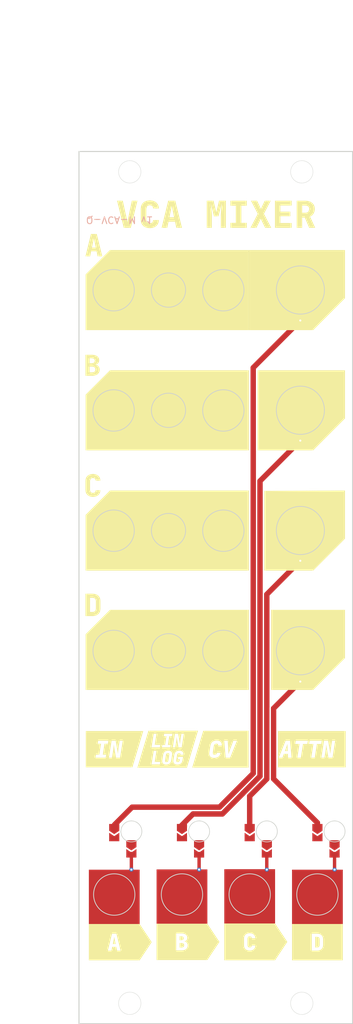
<source format=kicad_pcb>
(kicad_pcb (version 20241229) (generator "pcbnew") (generator_version "9.0")
  (layers (0 "F.Cu" signal) (2 "B.Cu" signal) (13 "F.Paste" user) (15 "B.Paste" user) (5 "F.SilkS" user "F.Silkscreen") (7 "B.SilkS" user "B.Silkscreen") (1 "F.Mask" user) (3 "B.Mask" user) (25 "Edge.Cuts" user))
  (net 0 "")
  (net 1 "/DUMMY_NET_A")
  (net 2 "/DUMMY_NET_B")
  (net 3 "Net-(JP1-B)")
  (net 4 "Net-(JP2-B)")
  (net 5 "unconnected-(JP3-B-Pad2)")
  (net 6 "unconnected-(JP4-B-Pad2)")
  (footprint "kibuzzard-690A2811" (layer "F.Cu") (at 27.621439 39.2)
    (property "Reference" "kibuzzard-690A2811" (hide yes))
    (property "Value" "G***" (hide yes))
    (fp_poly (pts (xy -1.243151 1.65) (xy -0.433973 -1.65) (xy 0.424932 -1.65) (xy 1.243151 1.65) (xy 0.551507 1.65) (xy 0.393288 0.90411) (xy -0.280274 0.90411) (xy -0.280274 0.361644) (xy 0.275753 0.361644) (xy 0.117534 -0.433973) (xy 0.051986 -0.775274) (xy 0 -1.039726) (xy -0.047466 -0.777534) (xy -0.113014 -0.438493) (xy -0.280274 0.361644) (xy -0.280274 0.90411) (xy -0.393288 0.90411) (xy -0.551507 1.65) (xy -1.243151 1.65)) (fill yes) (layer "F.SilkS"))
  )
  (footprint "Jumper:SolderJumper-2_P1.3mm_Open_TrianglePad1.0x1.5mm" (layer "F.Cu") (at 63.15663 128.1 -90)
    (property "Reference" "JP4" (hide yes))
    (property "Value" "Jumper_2_Small_Bridged" (hide yes))
    (pad "1" smd custom (at -0.725 0 270) (size 0.3 0.3) (layers "F.Cu" "F.Mask") (net 4 "Net-(JP2-B)") (options (clearance outline) (anchor rect)) (primitives (gr_poly (pts (xy 1 0) (xy 0.5 0.75) (xy -0.5 0.75) (xy -0.5 -0.75) (xy 0.5 -0.75)) (width 0) (fill yes))))
    (pad "2" smd custom (at 0.725 0 270) (size 0.3 0.3) (layers "F.Cu" "F.Mask") (net 6 "unconnected-(JP4-B-Pad2)") (options (clearance outline) (anchor rect)) (primitives (gr_poly (pts (xy 0.6 0.75) (xy -0.65 0.75) (xy -0.15 0) (xy -0.65 -0.75) (xy 0.6 -0.75)) (width 0) (fill yes))))
  )
  (footprint "Eurorack Common:Alpha Potentiometer_FP" (layer "F.Cu") (at 55.612503 88.849214)
    (property "Reference" "RV3" (hide yes))
    (property "Value" "A100K" (hide yes))
    (fp_circle (center 2.5 -7.61) (end 6.05 -7.61) (stroke (width 0.12)) (fill no) (layer "Edge.Cuts"))
  )
  (footprint "Eurorack Common:Sub-Miniature SPDT_FP" (layer "F.Cu") (at 38.639261 63.534307 90)
    (property "Reference" "SW2" (hide yes))
    (property "Value" "Subminiture SPDT" (hide yes))
    (fp_circle (center 0 0) (end 2.525 0) (stroke (width 0.12)) (fill no) (layer "Edge.Cuts"))
  )
  (footprint "kibuzzard-690A0582" (layer "F.Cu") (at 41.52 141.85)
    (property "Reference" "kibuzzard-690A0582" (hide yes))
    (property "Value" "G***" (hide yes))
    (fp_poly (pts (xy -1.243341 -0.243151) (xy -0.941971 -0.243151) (xy -0.70567 -0.32363) (xy -0.620053 -0.541096) (xy -0.70567 -0.758562) (xy -0.941971 -0.835616) (xy -1.243341 -0.835616) (xy -1.243341 -0.243151)) (fill yes) (layer "F.SilkS"))
    (fp_poly (pts (xy -1.243341 0.835616) (xy -0.921423 0.835616) (xy -0.771594 0.813356) (xy -0.657725 0.746575) (xy -0.585807 0.640411) (xy -0.561834 0.5) (xy -0.585807 0.359161) (xy -0.657725 0.251712) (xy -0.771594 0.183647) (xy -0.921423 0.160959) (xy -1.243341 0.160959) (xy -1.243341 0.835616)) (fill yes) (layer "F.SilkS"))
    (fp_poly (pts (xy -4.642028 -2.676941) (xy -4.642314 -2.676941) (xy -4.642314 2.676941) (xy -4.642028 2.676941) (xy -1.739916 2.676941) (xy -1.739916 1.25) (xy -1.739916 -1.25) (xy -0.935122 -1.25) (xy -0.700961 -1.22988) (xy -0.498478 -1.169521) (xy -0.332382 -1.073202) (xy -0.207382 -0.945205) (xy -0.129043 -0.788527) (xy -0.10293 -0.606164) (xy -0.13204 -0.411387) (xy -0.219368 -0.251712) (xy -0.35293 -0.138271) (xy -0.520738 -0.082192) (xy -0.520738 -0.075342) (xy -0.272451 0.02226) (xy -0.104642 0.236301) (xy -0.059694 0.374144) (xy -0.044711 0.527397) (xy -0.07168 0.72988) (xy -0.152588 0.905822) (xy -0.281868 1.050514) (xy -0.453957 1.159247) (xy -0.66329 1.227312) (xy -0.9043 1.25) (xy -1.739916 1.25) (xy -1.739916 2.676941) (xy 2.857401 2.676941) (xy 2.857686 2.676941) (xy 4.642314 0) (xy 2.857686 -2.676941) (xy 2.857401 -2.676941) (xy -4.642028 -2.676941)) (fill yes) (layer "F.SilkS"))
  )
  (footprint "kibuzzard-69095FA6" (layer "F.Cu") (at 30.670922 113.458966)
    (property "Reference" "kibuzzard-69095FA6" (hide yes))
    (property "Value" "G***" (hide yes))
    (fp_poly (pts (xy -2.816781 -2.676941) (xy -4.243721 -2.676941) (xy -4.243721 2.676941) (xy -2.816781 2.676941) (xy -2.816781 1.25) (xy -2.744863 0.804795) (xy -2.248288 0.804795) (xy -1.994863 -0.804795) (xy -2.491438 -0.804795) (xy -2.419521 -1.25) (xy -0.912671 -1.25) (xy -0.984589 -0.804795) (xy -1.481164 -0.804795) (xy -1.734589 0.804795) (xy -1.238014 0.804795) (xy -1.309932 1.25) (xy -2.816781 1.25) (xy -2.816781 2.676941) (xy -0.830479 2.676941) (xy -0.830479 1.25) (xy -0.433219 -1.25) (xy 0.159247 -1.25) (xy 0.505137 0.684932) (xy 0.516267 0.548373) (xy 0.52911 0.392123) (xy 0.543664 0.226027) (xy 0.559932 0.059932) (xy 0.594178 -0.222603) (xy 0.758562 -1.25) (xy 1.210616 -1.25) (xy 0.813356 1.25) (xy 0.22089 1.25) (xy -0.121575 -0.684932) (xy -0.140411 -0.424658) (xy -0.153253 -0.273116) (xy -0.167808 -0.119863) (xy -0.203767 0.15411) (xy -0.378425 1.25) (xy -0.830479 1.25) (xy -0.830479 2.676941) (xy 1.210616 2.676941) (xy 2.637557 2.676941) (xy 4.243721 -2.676941) (xy 2.637557 -2.676941) (xy 1.210616 -2.676941) (xy -2.816781 -2.676941)) (fill yes) (layer "F.SilkS"))
  )
  (footprint "kibuzzard-690A16BA" (layer "F.Cu") (at 46.3 113.458966)
    (property "Reference" "kibuzzard-690A16BA" (hide yes))
    (property "Value" "G***" (hide yes))
    (fp_poly (pts (xy -1.67637 -2.711187) (xy -2.532534 -2.711187) (xy -4.159247 2.711187) (xy -2.532534 2.711187) (xy -1.67637 2.711187) (xy -0.92637 2.711187) (xy -0.92637 1.284247) (xy -1.157534 1.260702) (xy -1.351027 1.190068) (xy -1.500856 1.077055) (xy -1.601027 0.92637) (xy -1.648973 0.742723) (xy -1.642123 0.530822) (xy -1.474315 -0.530822) (xy -1.414193 -0.752473) (xy -1.311454 -0.937976) (xy -1.166096 -1.087329) (xy -0.983067 -1.196728) (xy -0.767314 -1.262367) (xy -0.518836 -1.284247) (xy -0.291096 -1.260274) (xy -0.101027 -1.188356) (xy 0.047517 -1.074058) (xy 0.150685 -0.922945) (xy 0.202483 -0.740154) (xy 0.196918 -0.530822) (xy -0.316781 -0.530822) (xy -0.361301 -0.760274) (xy -0.587329 -0.839041) (xy -0.837329 -0.760274) (xy -0.960616 -0.530822) (xy -1.128425 0.530822) (xy -1.080479 0.758562) (xy -0.854452 0.839041) (xy -0.604452 0.758562) (xy -0.484589 0.530822) (xy 0.02911 0.530822) (xy -0.0293 0.752473) (xy -0.131469 0.937976) (xy -0.277397 1.087329) (xy -0.461377 1.196728) (xy -0.677702 1.262367) (xy -0.92637 1.284247) (xy -0.92637 2.711187) (xy 0.785959 2.711187) (xy 0.785959 1.25) (xy 0.563356 -1.25) (xy 1.083904 -1.25) (xy 1.179795 0.328767) (xy 1.190068 0.539384) (xy 1.196918 0.756849) (xy 1.263699 0.539384) (xy 1.333904 0.325342) (xy 1.919521 -1.25) (xy 2.446918 -1.25) (xy 1.436644 1.25) (xy 0.785959 1.25) (xy 0.785959 2.711187) (xy 2.446918 2.711187) (xy 4.159247 2.711187) (xy 4.159247 -2.711187) (xy 2.446918 -2.711187) (xy -1.67637 -2.711187)) (fill yes) (layer "F.SilkS"))
  )
  (footprint "kibuzzard-690A058A" (layer "F.Cu") (at 51.53 141.85)
    (property "Reference" "kibuzzard-690A058A" (hide yes))
    (property "Value" "G***" (hide yes))
    (fp_poly (pts (xy -4.653444 -2.711187) (xy -4.653729 -2.711187) (xy -4.653729 2.711187) (xy -4.653444 2.711187) (xy -0.903729 2.711187) (xy -0.903729 1.284247) (xy -1.138318 1.260702) (xy -1.342085 1.190068) (xy -1.509465 1.077055) (xy -1.634893 0.92637) (xy -1.713232 0.742723) (xy -1.739346 0.530822) (xy -1.739346 -0.530822) (xy -1.713232 -0.744863) (xy -1.634893 -0.928082) (xy -1.509465 -1.077483) (xy -1.342085 -1.190068) (xy -1.138318 -1.260702) (xy -0.903729 -1.284247) (xy -0.667 -1.260702) (xy -0.463661 -1.190068) (xy -0.297565 -1.077483) (xy -0.172565 -0.928082) (xy -0.094226 -0.744863) (xy -0.068113 -0.530822) (xy -0.581811 -0.530822) (xy -0.665715 -0.760274) (xy -0.903729 -0.839041) (xy -1.141743 -0.760274) (xy -1.225647 -0.530822) (xy -1.225647 0.530822) (xy -1.141743 0.758562) (xy -0.903729 0.839041) (xy -0.665715 0.758562) (xy -0.581811 0.530822) (xy -0.068113 0.530822) (xy -0.094226 0.742723) (xy -0.172565 0.92637) (xy -0.297565 1.077055) (xy -0.463661 1.190068) (xy -0.667 1.260702) (xy -0.903729 1.284247) (xy -0.903729 2.711187) (xy 2.845986 2.711187) (xy 2.846271 2.711187) (xy 4.653729 0) (xy 2.846271 -2.711187) (xy 2.845986 -2.711187) (xy -4.653444 -2.711187)) (fill yes) (layer "F.SilkS"))
  )
  (footprint "Eurorack Common:Thonkicon_FP" (layer "F.Cu") (at 46.735973 74.789479)
    (property "Reference" "J6" (hide yes))
    (property "Value" "Thonkicon" (hide yes))
    (fp_circle (center 0 6.48) (end 3.05 6.48) (stroke (width 0.12)) (fill no) (layer "Edge.Cuts"))
  )
  (footprint "Eurorack Common:Thonkicon_FP" (layer "F.Cu") (at 30.539261 39.359135)
    (property "Reference" "J1" (hide yes))
    (property "Value" "Thonkicon" (hide yes))
    (fp_circle (center 0 6.48) (end 3.05 6.48) (stroke (width 0.12)) (fill no) (layer "Edge.Cuts"))
  )
  (footprint "Eurorack Common:Thonkicon_FP" (layer "F.Cu") (at 46.735973 92.504651)
    (property "Reference" "J8" (hide yes))
    (property "Value" "Thonkicon" (hide yes))
    (fp_circle (center 0 6.48) (end 3.05 6.48) (stroke (width 0.12)) (fill no) (layer "Edge.Cuts"))
  )
  (footprint "kibuzzard-690A27FD" (layer "F.Cu") (at 27.429315 56.9)
    (property "Reference" "kibuzzard-690A27FD" (hide yes))
    (property "Value" "G***" (hide yes))
    (fp_poly (pts (xy -1.051027 1.55) (xy -1.051027 -1.55) (xy -0.053082 -1.55) (xy 0.237277 -1.525051) (xy 0.488356 -1.450205) (xy 0.694315 -1.330771) (xy 0.849315 -1.172055) (xy 0.946455 -0.977774) (xy 0.978836 -0.751644) (xy 0.94274 -0.51012) (xy 0.834452 -0.312123) (xy 0.668836 -0.171455) (xy 0.460753 -0.101918) (xy 0.460753 -0.093425) (xy 0.76863 0.027603) (xy 0.976712 0.293014) (xy 1.032449 0.463938) (xy 1.051027 0.653973) (xy 1.017586 0.905051) (xy 0.91726 1.123219) (xy 0.756952 1.302637) (xy 0.543562 1.437466) (xy 0.28399 1.521866) (xy -0.014863 1.55) (xy -0.435274 1.55) (xy -0.435274 -0.301507) (xy -0.061575 -0.301507) (xy 0.231438 -0.401301) (xy 0.337603 -0.670959) (xy 0.231438 -0.940616) (xy -0.061575 -1.036164) (xy -0.435274 -1.036164) (xy -0.435274 -0.301507) (xy -0.435274 1.55) (xy -0.435274 1.036164) (xy -0.036096 1.036164) (xy 0.149692 1.008562) (xy 0.29089 0.925753) (xy 0.380068 0.79411) (xy 0.409795 0.62) (xy 0.380068 0.44536) (xy 0.29089 0.312123) (xy 0.149692 0.227723) (xy -0.036096 0.199589) (xy -0.435274 0.199589) (xy -0.435274 1.036164) (xy -0.435274 1.55) (xy -1.051027 1.55)) (fill yes) (layer "F.SilkS"))
  )
  (footprint "Jumper:SolderJumper-2_P1.3mm_Open_TrianglePad1.0x1.5mm" (layer "F.Cu") (at 43.15663 128.1 -90)
    (property "Reference" "JP4" (hide yes))
    (property "Value" "Jumper_2_Small_Bridged" (hide yes))
    (pad "1" smd custom (at -0.725 0 270) (size 0.3 0.3) (layers "F.Cu" "F.Mask") (net 4 "Net-(JP2-B)") (options (clearance outline) (anchor rect)) (primitives (gr_poly (pts (xy 1 0) (xy 0.5 0.75) (xy -0.5 0.75) (xy -0.5 -0.75) (xy 0.5 -0.75)) (width 0) (fill yes))))
    (pad "2" smd custom (at 0.725 0 270) (size 0.3 0.3) (layers "F.Cu" "F.Mask") (net 6 "unconnected-(JP4-B-Pad2)") (options (clearance outline) (anchor rect)) (primitives (gr_poly (pts (xy 0.6 0.75) (xy -0.65 0.75) (xy -0.15 0) (xy -0.65 -0.75) (xy 0.6 -0.75)) (width 0) (fill yes))))
  )
  (footprint "Jumper:SolderJumper-2_P1.3mm_Open_TrianglePad1.0x1.5mm" (layer "F.Cu") (at 40.625911 125.698826 -90)
    (property "Reference" "JP1" (hide yes))
    (property "Value" "Jumper_2_Small_Bridged" (hide yes))
    (pad "1" smd custom (at -0.725 0 270) (size 0.3 0.3) (layers "F.Cu" "F.Mask") (net 1 "/DUMMY_NET_A") (options (clearance outline) (anchor rect)) (primitives (gr_poly (pts (xy 1 0) (xy 0.5 0.75) (xy -0.5 0.75) (xy -0.5 -0.75) (xy 0.5 -0.75)) (width 0) (fill yes))))
    (pad "2" smd custom (at 0.725 0 270) (size 0.3 0.3) (layers "F.Cu" "F.Mask") (net 3 "Net-(JP1-B)") (options (clearance outline) (anchor rect)) (primitives (gr_poly (pts (xy 0.6 0.75) (xy -0.65 0.75) (xy -0.15 0) (xy -0.65 -0.75) (xy 0.6 -0.75)) (width 0) (fill yes))))
  )
  (footprint "kibuzzard-690A0571" (layer "F.Cu") (at 31.52 141.89)
    (property "Reference" "kibuzzard-690A0571" (hide yes))
    (property "Value" "G***" (hide yes))
    (fp_poly (pts (xy -1.104642 0.273973) (xy -0.683409 0.273973) (xy -0.803272 -0.328767) (xy -0.85293 -0.587329) (xy -0.892314 -0.787671) (xy -0.928272 -0.589041) (xy -0.97793 -0.332192) (xy -1.104642 0.273973)) (fill yes) (layer "F.SilkS"))
    (fp_poly (pts (xy -4.642028 -2.676941) (xy -4.642314 -2.676941) (xy -4.642314 2.676941) (xy -4.642028 2.676941) (xy -1.834094 2.676941) (xy -1.834094 1.25) (xy -1.221081 -1.25) (xy -0.570396 -1.25) (xy 0.049467 1.25) (xy -0.474505 1.25) (xy -0.594368 0.684932) (xy -1.190259 0.684932) (xy -1.310122 1.25) (xy -1.834094 1.25) (xy -1.834094 2.676941) (xy 2.857401 2.676941) (xy 2.857686 2.676941) (xy 4.642314 0) (xy 2.857686 -2.676941) (xy 2.857401 -2.676941) (xy -4.642028 -2.676941)) (fill yes) (layer "F.SilkS"))
  )
  (footprint "Jumper:SolderJumper-2_P1.3mm_Open_TrianglePad1.0x1.5mm" (layer "F.Cu") (at 33.15663 128.1 -90)
    (property "Reference" "JP3" (hide yes))
    (property "Value" "Jumper_2_Small_Bridged" (hide yes))
    (pad "1" smd custom (at -0.725 0 270) (size 0.3 0.3) (layers "F.Cu" "F.Mask") (net 3 "Net-(JP1-B)") (options (clearance outline) (anchor rect)) (primitives (gr_poly (pts (xy 1 0) (xy 0.5 0.75) (xy -0.5 0.75) (xy -0.5 -0.75) (xy 0.5 -0.75)) (width 0) (fill yes))))
    (pad "2" smd custom (at 0.725 0 270) (size 0.3 0.3) (layers "F.Cu" "F.Mask") (net 5 "unconnected-(JP3-B-Pad2)") (options (clearance outline) (anchor rect)) (primitives (gr_poly (pts (xy 0.6 0.75) (xy -0.65 0.75) (xy -0.15 0) (xy -0.65 -0.75) (xy 0.6 -0.75)) (width 0) (fill yes))))
  )
  (footprint "Eurorack Common:LED_D3.0mm_FP" (layer "F.Cu") (at 43.15663 124.303826 -90)
    (property "Reference" "D2" (hide yes))
    (property "Value" "Bipolar LED" (hide yes))
    (fp_circle (center 1.27 0) (end 2.82 0) (stroke (width 0.1)) (fill no) (layer "Edge.Cuts"))
  )
  (footprint "Eurorack Common:Alpha Potentiometer_FP" (layer "F.Cu") (at 55.612503 106.564685)
    (property "Reference" "RV4" (hide yes))
    (property "Value" "A100K" (hide yes))
    (fp_circle (center 2.5 -7.61) (end 6.05 -7.61) (stroke (width 0.12)) (fill no) (layer "Edge.Cuts"))
  )
  (footprint "Eurorack Common:Thonkicon_FP" (layer "F.Cu") (at 60.625911 128.391224)
    (property "Reference" "J16" (hide yes))
    (property "Value" "Thonkicon" (hide yes))
    (fp_circle (center 0 6.48) (end 3.05 6.48) (stroke (width 0.12)) (fill no) (layer "Edge.Cuts"))
  )
  (footprint "kibuzzard-690A0592" (layer "F.Cu") (at 60.625911 141.888649)
    (property "Reference" "kibuzzard-690A0592" (hide yes))
    (property "Value" "G***" (hide yes))
    (fp_poly (pts (xy -0.32363 0.787671) (xy -0.025685 0.787671) (xy 0.114298 0.763699) (xy 0.226027 0.691781) (xy 0.299229 0.582192) (xy 0.32363 0.445205) (xy 0.32363 -0.44863) (xy 0.299229 -0.585188) (xy 0.226027 -0.693493) (xy 0.114298 -0.764127) (xy -0.025685 -0.787671) (xy -0.32363 -0.787671) (xy -0.32363 0.787671)) (fill yes) (layer "F.SilkS"))
    (fp_poly (pts (xy -3.749715 -2.676941) (xy -3.75 -2.676941) (xy -3.75 2.676941) (xy -3.749715 2.676941) (xy -0.837329 2.676941) (xy -0.837329 1.25) (xy -0.837329 -1.25) (xy -0.025685 -1.25) (xy 0.217894 -1.225171) (xy 0.428082 -1.150685) (xy 0.600171 -1.03125) (xy 0.729452 -0.871575) (xy 0.81036 -0.675942) (xy 0.837329 -0.44863) (xy 0.837329 0.445205) (xy 0.81036 0.670377) (xy 0.729452 0.866438) (xy 0.600171 1.027825) (xy 0.428082 1.148973) (xy 0.217894 1.224743) (xy -0.025685 1.25) (xy -0.837329 1.25) (xy -0.837329 2.676941) (xy 3.749715 2.676941) (xy 3.75 2.676941) (xy 3.75 -2.676941) (xy 3.749715 -2.676941) (xy -3.749715 -2.676941)) (fill yes) (layer "F.SilkS"))
  )
  (footprint "Eurorack Common:Thonkicon_FP" (layer "F.Cu") (at 30.625911 128.391224)
    (property "Reference" "J13" (hide yes))
    (property "Value" "Thonkicon" (hide yes))
    (fp_circle (center 0 6.48) (end 3.05 6.48) (stroke (width 0.12)) (fill no) (layer "Edge.Cuts"))
  )
  (footprint "kibuzzard-690A1385" (layer "F.Cu") (at 59.8 113.458966)
    (property "Reference" "kibuzzard-690A1385" (hide yes))
    (property "Value" "G***" (hide yes))
    (fp_poly (pts (xy -3.978739 0.273973) (xy -3.557506 0.273973) (xy -3.581478 -0.328767) (xy -3.593465 -0.587329) (xy -3.605451 -0.787671) (xy -3.668807 -0.589041) (xy -3.756136 -0.332192) (xy -3.978739 0.273973)) (fill yes) (layer "F.SilkS"))
    (fp_poly (pts (xy -4.999715 -2.676941) (xy -5 -2.676941) (xy -5 2.676941) (xy -4.999715 2.676941) (xy -4.875999 2.676941) (xy -4.875999 1.25) (xy -3.865725 -1.25) (xy -3.21504 -1.25) (xy -2.992437 1.25) (xy -3.502711 1.25) (xy -3.533533 0.684932) (xy -4.129424 0.684932) (xy -4.338328 1.25) (xy -4.875999 1.25) (xy -4.875999 2.676941) (xy -2.136273 2.676941) (xy -2.136273 1.25) (xy -1.81778 -0.770548) (xy -2.451341 -0.770548) (xy -2.372574 -1.25) (xy -0.591752 -1.25) (xy -0.670519 -0.770548) (xy -1.304081 -0.770548) (xy -1.622574 1.25) (xy -2.136273 1.25) (xy -2.136273 2.676941) (xy -0.081478 2.676941) (xy -0.081478 1.25) (xy 0.237015 -0.770548) (xy -0.396547 -0.770548) (xy -0.31778 -1.25) (xy 1.463042 -1.25) (xy 1.384275 -0.770548) (xy 0.750713 -0.770548) (xy 0.43222 1.25) (xy -0.081478 1.25) (xy -0.081478 2.676941) (xy 1.408248 2.676941) (xy 1.408248 1.25) (xy 1.805508 -1.25) (xy 2.397974 -1.25) (xy 2.743864 0.684932) (xy 2.754994 0.548373) (xy 2.767837 0.392123) (xy 2.782392 0.226027) (xy 2.798659 0.059932) (xy 2.832905 -0.222603) (xy 2.997289 -1.25) (xy 3.449344 -1.25) (xy 3.052083 1.25) (xy 2.459618 1.25) (xy 2.117152 -0.684932) (xy 2.098316 -0.424658) (xy 2.085474 -0.273116) (xy 2.070919 -0.119863) (xy 2.03496 0.15411) (xy 1.860303 1.25) (xy 1.408248 1.25) (xy 1.408248 2.676941) (xy 3.573059 2.676941) (xy 5 2.676941) (xy 5 -2.676941) (xy 3.573059 -2.676941) (xy -4.999715 -2.676941)) (fill yes) (layer "F.SilkS"))
  )
  (footprint "kibuzzard-690A27F2" (layer "F.Cu") (at 27.481302 74.6)
    (property "Reference" "kibuzzard-690A27F2" (hide yes))
    (property "Value" "G***" (hide yes))
    (fp_poly (pts (xy 0 1.695205) (xy -0.309658 1.664127) (xy -0.57863 1.57089) (xy -0.799572 1.421712) (xy -0.965137 1.222808) (xy -1.068545 0.980394) (xy -1.103014 0.700685) (xy -1.103014 -0.700685) (xy -1.068545 -0.983219) (xy -0.965137 -1.225068) (xy -0.799572 -1.422277) (xy -0.57863 -1.57089) (xy -0.309658 -1.664127) (xy 0 -1.695205) (xy 0.312483 -1.664127) (xy 0.58089 -1.57089) (xy 0.800137 -1.422277) (xy 0.965137 -1.225068) (xy 1.068545 -0.983219) (xy 1.103014 -0.700685) (xy 0.424932 -0.700685) (xy 0.314178 -1.003562) (xy 0 -1.107534) (xy -0.314178 -1.003562) (xy -0.424932 -0.700685) (xy -0.424932 0.700685) (xy -0.314178 1.001301) (xy 0 1.107534) (xy 0.314178 1.001301) (xy 0.424932 0.700685) (xy 1.103014 0.700685) (xy 1.068545 0.980394) (xy 0.965137 1.222808) (xy 0.800137 1.421712) (xy 0.58089 1.57089) (xy 0.312483 1.664127) (xy 0 1.695205)) (fill yes) (layer "F.SilkS"))
  )
  (footprint "Jumper:SolderJumper-2_P1.3mm_Open_TrianglePad1.0x1.5mm" (layer "F.Cu") (at 30.625911 125.698826 -90)
    (property "Reference" "JP2" (hide yes))
    (property "Value" "Jumper_2_Small_Bridged" (hide yes))
    (pad "1" smd custom (at -0.725 0 270) (size 0.3 0.3) (layers "F.Cu" "F.Mask") (net 2 "/DUMMY_NET_B") (options (clearance outline) (anchor rect)) (primitives (gr_poly (pts (xy 1 0) (xy 0.5 0.75) (xy -0.5 0.75) (xy -0.5 -0.75) (xy 0.5 -0.75)) (width 0) (fill yes))))
    (pad "2" smd custom (at 0.725 0 270) (size 0.3 0.3) (layers "F.Cu" "F.Mask") (net 4 "Net-(JP2-B)") (options (clearance outline) (anchor rect)) (primitives (gr_poly (pts (xy 0.6 0.75) (xy -0.65 0.75) (xy -0.15 0) (xy -0.65 -0.75) (xy 0.6 -0.75)) (width 0) (fill yes))))
  )
  (footprint "Eurorack Common:Thonkicon_FP" (layer "F.Cu") (at 40.625911 128.391224)
    (property "Reference" "J14" (hide yes))
    (property "Value" "Thonkicon" (hide yes))
    (fp_circle (center 0 6.48) (end 3.05 6.48) (stroke (width 0.12)) (fill no) (layer "Edge.Cuts"))
  )
  (footprint "kibuzzard-690A2C8E" (layer "F.Cu") (at 45.67177 34.65)
    (property "Reference" "kibuzzard-690A2C8E" (hide yes))
    (property "Value" "G***" (hide yes))
    (fp_poly (pts (xy -13.638356 2) (xy -14.630137 -2) (xy -13.780822 -2) (xy -13.227397 0.526027) (xy -13.158904 0.860274) (xy -13.09589 1.205479) (xy -13.041096 0.860274) (xy -12.980822 0.520548) (xy -12.443836 -2) (xy -11.616438 -2) (xy -12.59726 2) (xy -13.638356 2)) (fill yes) (layer "F.SilkS"))
    (fp_poly (pts (xy 2.109589 2) (xy 2.109589 1.260274) (xy 2.90411 1.260274) (xy 2.90411 -1.260274) (xy 2.109589 -1.260274) (xy 2.109589 -2) (xy 4.520548 -2) (xy 4.520548 -1.260274) (xy 3.726027 -1.260274) (xy 3.726027 1.260274) (xy 4.520548 1.260274) (xy 4.520548 2) (xy 2.109589 2)) (fill yes) (layer "F.SilkS"))
    (fp_poly (pts (xy 8.684932 2) (xy 8.684932 -2) (xy 11.150685 -2) (xy 11.150685 -1.287671) (xy 9.490411 -1.287671) (xy 9.490411 -0.389041) (xy 10.958904 -0.389041) (xy 10.958904 0.290411) (xy 9.490411 0.290411) (xy 9.490411 1.287671) (xy 11.150685 1.287671) (xy 11.150685 2) (xy 8.684932 2)) (fill yes) (layer "F.SilkS"))
    (fp_poly (pts (xy -8.054795 2) (xy -7.073973 -2) (xy -6.032877 -2) (xy -5.041096 2) (xy -5.879452 2) (xy -6.071233 1.09589) (xy -6.887671 1.09589) (xy -6.887671 0.438356) (xy -6.213699 0.438356) (xy -6.405479 -0.526027) (xy -6.484932 -0.939726) (xy -6.547945 -1.260274) (xy -6.605479 -0.942466) (xy -6.684932 -0.531507) (xy -6.887671 0.438356) (xy -6.887671 1.09589) (xy -7.024658 1.09589) (xy -7.216438 2) (xy -8.054795 2)) (fill yes) (layer "F.SilkS"))
    (fp_poly (pts (xy 5.068493 2) (xy 6.142466 -0.065753) (xy 5.139726 -2) (xy 6.043836 -2) (xy 6.460274 -1.123288) (xy 6.561644 -0.90411) (xy 6.613699 -0.761644) (xy 6.663014 -0.90411) (xy 6.756164 -1.123288) (xy 7.183562 -2) (xy 8.065753 -2) (xy 7.063014 -0.065753) (xy 8.136986 2) (xy 7.232877 2) (xy 6.750685 1.013699) (xy 6.652055 0.789041) (xy 6.586301 0.630137) (xy 6.531507 0.789041) (xy 6.432877 1.013699) (xy 5.950685 2) (xy 5.068493 2)) (fill yes) (layer "F.SilkS"))
    (fp_poly (pts (xy -1.386301 2) (xy -1.386301 -2) (xy -0.383562 -2) (xy 0.021918 -0.290411) (xy 0.427397 -2) (xy 1.441096 -2) (xy 1.441096 2) (xy 0.690411 2) (xy 0.690411 0.465753) (xy 0.696195 0.069102) (xy 0.713546 -0.317199) (xy 0.742466 -0.693151) (xy 0.777473 -1.049011) (xy 0.81309 -1.375038) (xy 0.849315 -1.671233) (xy 0.345205 0.30137) (xy -0.312329 0.30137) (xy -0.805479 -1.621918) (xy -0.768645 -1.362861) (xy -0.731202 -1.060578) (xy -0.693151 -0.715068) (xy -0.661187 -0.339117) (xy -0.642009 0.05449) (xy -0.635616 0.465753) (xy -0.635616 2) (xy -1.386301 2)) (fill yes) (layer "F.SilkS"))
    (fp_poly (pts (xy 11.89589 2) (xy 11.89589 -2) (xy 13.178082 -2) (xy 13.576712 -1.963014) (xy 13.917808 -1.852055) (xy 14.195205 -1.672603) (xy 14.40274 -1.430137) (xy 14.532192 -1.131507) (xy 14.575342 -0.783562) (xy 14.528082 -0.415068) (xy 14.386301 -0.087671) (xy 14.163699 0.176712) (xy 13.873973 0.356164) (xy 14.630137 2) (xy 13.736986 2) (xy 13.090411 0.487671) (xy 12.706849 0.487671) (xy 12.706849 -0.224658) (xy 13.178082 -0.224658) (xy 13.421233 -0.258904) (xy 13.60274 -0.361644) (xy 13.753425 -0.745205) (xy 13.715753 -0.973973) (xy 13.60274 -1.145205) (xy 13.421233 -1.252055) (xy 13.178082 -1.287671) (xy 12.706849 -1.287671) (xy 12.706849 -0.224658) (xy 12.706849 0.487671) (xy 12.706849 2) (xy 11.89589 2)) (fill yes) (layer "F.SilkS"))
    (fp_poly (pts (xy -9.791781 2.054795) (xy -10.167123 2.017123) (xy -10.493151 1.90411) (xy -10.760959 1.723288) (xy -10.961644 1.482192) (xy -11.086986 1.188356) (xy -11.128767 0.849315) (xy -11.128767 -0.849315) (xy -11.086986 -1.191781) (xy -10.961644 -1.484932) (xy -10.760959 -1.723973) (xy -10.493151 -1.90411) (xy -10.167123 -2.017123) (xy -9.791781 -2.054795) (xy -9.413014 -2.017123) (xy -9.087671 -1.90411) (xy -8.821918 -1.723973) (xy -8.621918 -1.484932) (xy -8.496575 -1.191781) (xy -8.454795 -0.849315) (xy -9.276712 -0.849315) (xy -9.410959 -1.216438) (xy -9.791781 -1.342466) (xy -10.172603 -1.216438) (xy -10.306849 -0.849315) (xy -10.306849 0.849315) (xy -10.172603 1.213699) (xy -9.791781 1.342466) (xy -9.410959 1.213699) (xy -9.276712 0.849315) (xy -8.454795 0.849315) (xy -8.496575 1.188356) (xy -8.621918 1.482192) (xy -8.821918 1.723288) (xy -9.087671 1.90411) (xy -9.413014 2.017123) (xy -9.791781 2.054795)) (fill yes) (layer "F.SilkS"))
  )
  (footprint "kibuzzard-690A27E8" (layer "F.Cu") (at 27.483562 92.2)
    (property "Reference" "kibuzzard-690A27E8" (hide yes))
    (property "Value" "G***" (hide yes))
    (fp_poly (pts (xy -1.105274 1.65) (xy -1.105274 -1.65) (xy -0.033904 -1.65) (xy 0.28762 -1.617226) (xy 0.565068 -1.518904) (xy 0.792226 -1.36125) (xy 0.962877 -1.150479) (xy 1.069675 -0.892243) (xy 1.105274 -0.592192) (xy 1.105274 0.587671) (xy 1.069675 0.884897) (xy 0.962877 1.143699) (xy 0.792226 1.356729) (xy 0.565068 1.516644) (xy 0.28762 1.616661) (xy -0.033904 1.65) (xy -0.427192 1.65) (xy -0.427192 1.039726) (xy -0.033904 1.039726) (xy 0.150873 1.008082) (xy 0.298356 0.913151) (xy 0.394983 0.768493) (xy 0.427192 0.587671) (xy 0.427192 -0.592192) (xy 0.394983 -0.772449) (xy 0.298356 -0.915411) (xy 0.150873 -1.008647) (xy -0.033904 -1.039726) (xy -0.427192 -1.039726) (xy -0.427192 1.039726) (xy -0.427192 1.65) (xy -1.105274 1.65)) (fill yes) (layer "F.SilkS"))
  )
  (footprint "Eurorack Common:Thonkicon_FP" (layer "F.Cu") (at 50.625911 128.391224)
    (property "Reference" "J15" (hide yes))
    (property "Value" "Thonkicon" (hide yes))
    (fp_circle (center 0 6.48) (end 3.05 6.48) (stroke (width 0.12)) (fill no) (layer "Edge.Cuts"))
  )
  (footprint "Eurorack Common:LED_D3.0mm_FP" (layer "F.Cu") (at 53.15663 124.303826 -90)
    (property "Reference" "D3" (hide yes))
    (property "Value" "Bipolar LED" (hide yes))
    (fp_circle (center 1.27 0) (end 2.82 0) (stroke (width 0.1)) (fill no) (layer "Edge.Cuts"))
  )
  (footprint "Eurorack Common:LED_D3.0mm_FP" (layer "F.Cu") (at 63.15663 124.303826 -90)
    (property "Reference" "D4" (hide yes))
    (property "Value" "Bipolar LED" (hide yes))
    (fp_circle (center 1.27 0) (end 2.82 0) (stroke (width 0.1)) (fill no) (layer "Edge.Cuts"))
  )
  (footprint "Eurorack Common:Alpha Potentiometer_FP" (layer "F.Cu") (at 55.612503 71.133742)
    (property "Reference" "RV2" (hide yes))
    (property "Value" "A100K" (hide yes))
    (fp_circle (center 2.5 -7.61) (end 6.05 -7.61) (stroke (width 0.12)) (fill no) (layer "Edge.Cuts"))
  )
  (footprint "Eurorack Common:LED_D3.0mm_FP" (layer "F.Cu") (at 33.15663 124.303826 -90)
    (property "Reference" "D1" (hide yes))
    (property "Value" "Bipolar LED" (hide yes))
    (fp_circle (center 1.27 0) (end 2.82 0) (stroke (width 0.1)) (fill no) (layer "Edge.Cuts"))
  )
  (footprint "Eurorack Common:Thonkicon_FP" (layer "F.Cu") (at 30.539261 57.074307)
    (property "Reference" "J3" (hide yes))
    (property "Value" "Thonkicon" (hide yes))
    (fp_circle (center 0 6.48) (end 3.05 6.48) (stroke (width 0.12)) (fill no) (layer "Edge.Cuts"))
  )
  (footprint "Eurorack Common:Sub-Miniature SPDT_FP" (layer "F.Cu") (at 38.639261 81.249479 90)
    (property "Reference" "SW3" (hide yes))
    (property "Value" "Subminiture SPDT" (hide yes))
    (fp_circle (center 0 0) (end 2.525 0) (stroke (width 0.12)) (fill no) (layer "Edge.Cuts"))
  )
  (footprint "kibuzzard-690A26A7" (layer "F.Cu") (at 38.520101 113.458966)
    (property "Reference" "kibuzzard-690A26A7" (hide yes))
    (property "Value" "G***" (hide yes))
    (fp_poly (pts (xy -0.182192 1.913242) (xy -0.040944 1.885845) (xy 0.054033 1.803653) (xy 0.10274 1.666667) (xy 0.236986 0.817352) (xy 0.231202 0.680365) (xy 0.162709 0.598174) (xy 0.031507 0.570776) (xy -0.111263 0.598174) (xy -0.207154 0.680365) (xy -0.256164 0.817352) (xy -0.390411 1.666667) (xy -0.384323 1.803653) (xy -0.314916 1.885845) (xy -0.182192 1.913242)) (fill yes) (layer "F.SilkS"))
    (fp_poly (pts (xy -2.384932 -2.726027) (xy -2.841553 -2.726027) (xy -4.477169 2.726027) (xy -2.841553 2.726027) (xy -2.384932 2.726027) (xy -2.384932 -0.269406) (xy -2.067123 -2.269406) (xy -1.656164 -2.269406) (xy -1.916438 -0.639269) (xy -1.108219 -0.639269) (xy -1.165753 -0.269406) (xy -2.384932 -0.269406) (xy -2.384932 2.726027) (xy -2.384932 2.242009) (xy -2.067123 0.242009) (xy -1.656164 0.242009) (xy -1.916438 1.872146) (xy -1.108219 1.872146) (xy -1.165753 2.242009) (xy -2.384932 2.242009) (xy -2.384932 2.726027) (xy -0.836986 2.726027) (xy -0.836986 -0.269406) (xy -0.779452 -0.625571) (xy -0.382192 -0.625571) (xy -0.179452 -1.913242) (xy -0.576712 -1.913242) (xy -0.519178 -2.269406) (xy 0.686301 -2.269406) (xy 0.628767 -1.913242) (xy 0.231507 -1.913242) (xy 0.028767 -0.625571) (xy 0.426027 -0.625571) (xy 0.368493 -0.269406) (xy -0.836986 -0.269406) (xy -0.836986 2.726027) (xy -0.239726 2.726027) (xy -0.239726 2.269406) (xy -0.42363 2.250571) (xy -0.575342 2.194064) (xy -0.691781 2.103653) (xy -0.769863 1.983105) (xy -0.807192 1.836187) (xy -0.80137 1.666667) (xy -0.667123 0.817352) (xy -0.619482 0.64003) (xy -0.538661 0.491629) (xy -0.424658 0.372146) (xy -0.280822 0.284627) (xy -0.110502 0.232116) (xy 0.086301 0.214612) (xy 0.27226 0.233447) (xy 0.424658 0.289954) (xy 0.541096 0.380365) (xy 0.619178 0.500913) (xy 0.655822 0.647831) (xy 0.647945 0.817352) (xy 0.513699 1.666667) (xy 0.467428 1.843988) (xy 0.387062 1.99239) (xy 0.272603 2.111872) (xy 0.128006 2.199391) (xy -0.04277 2.251903) (xy -0.239726 2.269406) (xy -0.239726 2.726027) (xy 0.752055 2.726027) (xy 0.752055 -0.269406) (xy 1.069863 -2.269406) (xy 1.543836 -2.269406) (xy 1.820548 -0.721461) (xy 1.829452 -0.830708) (xy 1.839726 -0.955708) (xy 1.85137 -1.088584) (xy 1.864384 -1.221461) (xy 1.891781 -1.447489) (xy 2.023288 -2.269406) (xy 2.384932 -2.269406) (xy 2.067123 -0.269406) (xy 1.593151 -0.269406) (xy 1.319178 -1.817352) (xy 1.30411 -1.609132) (xy 1.293836 -1.4879) (xy 1.282192 -1.365297) (xy 1.253425 -1.146119) (xy 1.113699 -0.269406) (xy 0.752055 -0.269406) (xy 0.752055 2.726027) (xy 1.415068 2.726027) (xy 1.415068 2.269406) (xy 1.230137 2.250571) (xy 1.075342 2.194064) (xy 0.955479 2.103653) (xy 0.875342 1.983105) (xy 0.836986 1.836187) (xy 0.842466 1.666667) (xy 0.976712 0.817352) (xy 1.02481 0.64003) (xy 1.107002 0.491629) (xy 1.223288 0.372146) (xy 1.369711 0.284627) (xy 1.542314 0.232116) (xy 1.741096 0.214612) (xy 1.923288 0.23379) (xy 2.075342 0.291324) (xy 2.194178 0.382763) (xy 2.276712 0.503653) (xy 2.318151 0.649886) (xy 2.313699 0.817352) (xy 1.90274 0.817352) (xy 1.867123 0.63379) (xy 1.686301 0.570776) (xy 1.486301 0.63379) (xy 1.387671 0.817352) (xy 1.253425 1.666667) (xy 1.291781 1.848858) (xy 1.472603 1.913242) (xy 1.672603 1.848858) (xy 1.768493 1.666667) (xy 1.79863 1.480365) (xy 1.50274 1.480365) (xy 1.557534 1.13242) (xy 2.264384 1.13242) (xy 2.179452 1.666667) (xy 2.132725 1.843988) (xy 2.050989 1.99239) (xy 1.934247 2.111872) (xy 1.787062 2.199391) (xy 1.614003 2.251903) (xy 1.415068 2.269406) (xy 1.415068 2.726027) (xy 2.384932 2.726027) (xy 2.841553 2.726027) (xy 4.477169 -2.726027) (xy 2.841553 -2.726027) (xy 2.384932 -2.726027) (xy -2.384932 -2.726027)) (fill yes) (layer "F.SilkS"))
  )
  (footprint "Eurorack Common:Sub-Miniature SPDT_FP" (layer "F.Cu") (at 38.639261 98.964651 90)
    (property "Reference" "SW4" (hide yes))
    (property "Value" "Subminiture SPDT" (hide yes))
    (fp_circle (center 0 0) (end 2.525 0) (stroke (width 0.12)) (fill no) (layer "Edge.Cuts"))
  )
  (footprint "Eurorack Common:Thonkicon_FP" (layer "F.Cu") (at 46.735973 39.359135)
    (property "Reference" "J2" (hide yes))
    (property "Value" "Thonkicon" (hide yes))
    (fp_circle (center 0 6.48) (end 3.05 6.48) (stroke (width 0.12)) (fill no) (layer "Edge.Cuts"))
  )
  (footprint "Jumper:SolderJumper-2_P1.3mm_Open_TrianglePad1.0x1.5mm" (layer "F.Cu") (at 50.625911 125.698826 -90)
    (property "Reference" "JP2" (hide yes))
    (property "Value" "Jumper_2_Small_Bridged" (hide yes))
    (pad "1" smd custom (at -0.725 0 270) (size 0.3 0.3) (layers "F.Cu" "F.Mask") (net 2 "/DUMMY_NET_B") (options (clearance outline) (anchor rect)) (primitives (gr_poly (pts (xy 1 0) (xy 0.5 0.75) (xy -0.5 0.75) (xy -0.5 -0.75) (xy 0.5 -0.75)) (width 0) (fill yes))))
    (pad "2" smd custom (at 0.725 0 270) (size 0.3 0.3) (layers "F.Cu" "F.Mask") (net 4 "Net-(JP2-B)") (options (clearance outline) (anchor rect)) (primitives (gr_poly (pts (xy 0.6 0.75) (xy -0.65 0.75) (xy -0.15 0) (xy -0.65 -0.75) (xy 0.6 -0.75)) (width 0) (fill yes))))
  )
  (footprint "Eurorack Common:Thonkicon_FP" (layer "F.Cu") (at 30.539261 92.504651)
    (property "Reference" "J7" (hide yes))
    (property "Value" "Thonkicon" (hide yes))
    (fp_circle (center 0 6.48) (end 3.05 6.48) (stroke (width 0.12)) (fill no) (layer "Edge.Cuts"))
  )
  (footprint "Eurorack Common:Sub-Miniature SPDT_FP" (layer "F.Cu") (at 38.639261 45.819135 90)
    (property "Reference" "SW1" (hide yes))
    (property "Value" "Subminiture SPDT" (hide yes))
    (fp_circle (center 0 0) (end 2.525 0) (stroke (width 0.12)) (fill no) (layer "Edge.Cuts"))
  )
  (footprint "Eurorack Common:Thonkicon_FP" (layer "F.Cu") (at 30.539261 74.789479)
    (property "Reference" "J5" (hide yes))
    (property "Value" "Thonkicon" (hide yes))
    (fp_circle (center 0 6.48) (end 3.05 6.48) (stroke (width 0.12)) (fill no) (layer "Edge.Cuts"))
  )
  (footprint "Jumper:SolderJumper-2_P1.3mm_Open_TrianglePad1.0x1.5mm" (layer "F.Cu") (at 53.15663 128.1 -90)
    (property "Reference" "JP3" (hide yes))
    (property "Value" "Jumper_2_Small_Bridged" (hide yes))
    (pad "1" smd custom (at -0.725 0 270) (size 0.3 0.3) (layers "F.Cu" "F.Mask") (net 3 "Net-(JP1-B)") (options (clearance outline) (anchor rect)) (primitives (gr_poly (pts (xy 1 0) (xy 0.5 0.75) (xy -0.5 0.75) (xy -0.5 -0.75) (xy 0.5 -0.75)) (width 0) (fill yes))))
    (pad "2" smd custom (at 0.725 0 270) (size 0.3 0.3) (layers "F.Cu" "F.Mask") (net 5 "unconnected-(JP3-B-Pad2)") (options (clearance outline) (anchor rect)) (primitives (gr_poly (pts (xy 0.6 0.75) (xy -0.65 0.75) (xy -0.15 0) (xy -0.65 -0.75) (xy 0.6 -0.75)) (width 0) (fill yes))))
  )
  (footprint "Eurorack Common:Alpha Potentiometer_FP" (layer "F.Cu") (at 55.612503 53.418271)
    (property "Reference" "RV1" (hide yes))
    (property "Value" "A100K" (hide yes))
    (fp_circle (center 2.5 -7.61) (end 6.05 -7.61) (stroke (width 0.12)) (fill no) (layer "Edge.Cuts"))
  )
  (footprint "Eurorack Common:Thonkicon_FP" (layer "F.Cu") (at 46.735973 57.074307)
    (property "Reference" "J4" (hide yes))
    (property "Value" "Thonkicon" (hide yes))
    (fp_circle (center 0 6.48) (end 3.05 6.48) (stroke (width 0.12)) (fill no) (layer "Edge.Cuts"))
  )
  (footprint "Jumper:SolderJumper-2_P1.3mm_Open_TrianglePad1.0x1.5mm" (layer "F.Cu") (at 60.625911 125.698826 -90)
    (property "Reference" "JP1" (hide yes))
    (property "Value" "Jumper_2_Small_Bridged" (hide yes))
    (pad "1" smd custom (at -0.725 0 270) (size 0.3 0.3) (layers "F.Cu" "F.Mask") (net 1 "/DUMMY_NET_A") (options (clearance outline) (anchor rect)) (primitives (gr_poly (pts (xy 1 0) (xy 0.5 0.75) (xy -0.5 0.75) (xy -0.5 -0.75) (xy 0.5 -0.75)) (width 0) (fill yes))))
    (pad "2" smd custom (at 0.725 0 270) (size 0.3 0.3) (layers "F.Cu" "F.Mask") (net 3 "Net-(JP1-B)") (options (clearance outline) (anchor rect)) (primitives (gr_poly (pts (xy 0.6 0.75) (xy -0.65 0.75) (xy -0.15 0) (xy -0.65 -0.75) (xy 0.6 -0.75)) (width 0) (fill yes))))
  )
  (gr_rect (start 56.875911 131.211708) (end 64.375911 139.211708) (fill yes) (layers "F.Cu" "F.Mask") (net 6))
  (gr_rect (start 46.876556 131.138813) (end 54.376556 139.138813) (fill yes) (layers "F.Cu" "F.Mask") (net 5))
  (gr_rect (start 36.877972 131.173059) (end 44.377972 139.173059) (fill yes) (layers "F.Cu" "F.Mask") (net 6))
  (gr_rect (start 26.877972 131.213059) (end 34.377972 139.213059) (fill yes) (layers "F.Cu" "F.Mask") (net 5))
  (gr_poly (pts (xy 30 57.634307) (xy 26.4 61.234307) (xy 26.4 69.434307) (xy 50.5 69.434307) (xy 50.5 57.634307)) (fill yes) (layer "F.SilkS"))
  (gr_poly (pts (xy 64.7 57.634307) (xy 51.8 57.634307) (xy 51.8 69.434307) (xy 60 69.434307) (xy 64.7 64.734307)) (fill yes) (layer "F.SilkS"))
  (gr_poly (pts (xy 30 92.929302) (xy 26.4 96.529302) (xy 26.4 104.729302) (xy 50.5 104.729302) (xy 50.5 92.929302)) (fill yes) (layer "F.SilkS"))
  (gr_poly (pts (xy 30 75.349479) (xy 26.4 78.949479) (xy 26.4 87.149479) (xy 50.5 87.149479) (xy 50.5 75.349479)) (fill yes) (layer "F.SilkS"))
  (gr_poly (pts (xy 64.7 92.929302) (xy 53.8 92.929302) (xy 53.8 104.729302) (xy 55.4 104.729302) (xy 56.9 104.729302) (xy 60 104.729302) (xy 64.7 100.029302)) (fill yes) (layer "F.SilkS"))
  (gr_poly (pts (xy 64.7 75.349479) (xy 52.8 75.4) (xy 52.8 87.149479) (xy 60 87.149479) (xy 64.7 82.449479)) (fill yes) (layer "F.SilkS"))
  (gr_poly (pts (xy 64.7 39.919135) (xy 50.5 39.919135) (xy 50.5 51.719135) (xy 60 51.719135) (xy 64.7 47.019135)) (fill yes) (layer "F.SilkS"))
  (gr_poly (pts (xy 30 39.919135) (xy 26.4 43.519135) (xy 26.4 51.719135) (xy 50.5 51.719135) (xy 50.5 39.919135)) (fill yes) (layer "F.SilkS"))
  (gr_circle (center 58.32 150.9) (end 59.97 150.9) (stroke (width 0.05)) (fill no) (layer "Edge.Cuts"))
  (gr_circle (center 32.92 150.9) (end 34.57 150.9) (stroke (width 0.05)) (fill no) (layer "Edge.Cuts"))
  (gr_circle (center 32.92 28.4) (end 34.57 28.4) (stroke (width 0.05)) (fill no) (layer "Edge.Cuts"))
  (gr_circle (center 58.32 28.4) (end 59.97 28.4) (stroke (width 0.05)) (fill no) (layer "Edge.Cuts"))
  (gr_rect (start 25.42 25.4) (end 65.82 153.9) (stroke (width 0.15)) (fill no) (layer "Edge.Cuts"))
  (gr_text "Q-VCA-M v1" (at 26.37 34.9 180) (layer "B.SilkS") (effects (font (size 1 1)) (justify left bottom mirror)))
  (segment (start 52.15 73.95) (end 52.15 117.434372) (width 0.8) (layers "F.Cu" "F.Mask") (net 1))
  (segment (start 54.152 117.827) (end 60.625911 124.300911) (width 0.8) (layers "F.Cu" "F.Mask") (net 1))
  (segment (start 58.1 103.5) (end 54.152 107.448) (width 0.8) (layers "F.Cu" "F.Mask") (net 1))
  (segment (start 40.625911 124.638307) (end 40.625911 124.973826) (width 0.8) (layers "F.Cu" "F.Mask") (net 1))
  (segment (start 52.15 117.434372) (end 49.624911 119.959461) (width 0.8) (layers "F.Cu" "F.Mask") (net 1))
  (segment (start 58.1 68) (end 52.15 73.95) (width 0.8) (layers "F.Cu" "F.Mask") (net 1))
  (segment (start 49.624911 119.959461) (end 49.624911 119.975089) (width 0.8) (layers "F.Cu" "F.Mask") (net 1))
  (segment (start 46.6 123) (end 42.264218 123) (width 0.8) (layers "F.Cu" "F.Mask") (net 1))
  (segment (start 42.264218 123) (end 40.625911 124.638307) (width 0.8) (layers "F.Cu" "F.Mask") (net 1))
  (segment (start 60.625911 124.300911) (end 60.625911 124.973826) (width 0.8) (layers "F.Cu" "F.Mask") (net 1))
  (segment (start 54.152 107.448) (end 54.152 117.827) (width 0.8) (layers "F.Cu" "F.Mask") (net 1))
  (segment (start 49.624911 119.975089) (end 46.6 123) (width 0.8) (layers "F.Cu" "F.Mask") (net 1))
  (via (at 58.1 68) (size 0.6) (drill 0.3) (layers "F.Cu" "B.Cu") (net 1))
  (via (at 58.1 103.5) (size 0.6) (drill 0.3) (layers "F.Cu" "B.Cu") (net 1))
  (segment (start 50.625911 120.374089) (end 50.625911 124.973826) (width 0.8) (layers "F.Cu" "F.Mask") (net 2))
  (segment (start 58.1 85.7) (end 53.151 90.649) (width 0.8) (layers "F.Cu" "F.Mask") (net 2))
  (segment (start 30.625911 124.674089) (end 30.70563 124.59437) (width 0.8) (layer "F.Cu") (net 2))
  (segment (start 33.264218 122) (end 46.168744 122) (width 0.8) (layers "F.Cu" "F.Mask") (net 2))
  (segment (start 30.70563 124.59437) (end 30.70563 124.558588) (width 0.8) (layer "F.Cu") (net 2))
  (segment (start 53.151 90.649) (end 53.151 117.849) (width 0.8) (layers "F.Cu" "F.Mask") (net 2))
  (segment (start 46.168744 122) (end 51.149 117.019744) (width 0.8) (layers "F.Cu" "F.Mask") (net 2))
  (segment (start 30.70563 124.558588) (end 33.264218 122) (width 0.8) (layers "F.Cu" "F.Mask") (net 2))
  (segment (start 53.151 117.849) (end 50.625911 120.374089) (width 0.8) (layers "F.Cu" "F.Mask") (net 2))
  (segment (start 30.625911 124.973826) (end 30.625911 124.674089) (width 0.8) (layers "F.Cu" "F.Mask") (net 2))
  (segment (start 51.149 117.019744) (end 51.149 57.251) (width 0.8) (layers "F.Cu" "F.Mask") (net 2))
  (segment (start 51.149 57.251) (end 58.1 50.3) (width 0.8) (layers "F.Cu" "F.Mask") (net 2))
  (via (at 58.1 85.7) (size 0.6) (drill 0.3) (layers "F.Cu" "B.Cu") (net 2))
  (via (at 58.1 50.3) (size 0.6) (drill 0.3) (layers "F.Cu" "B.Cu") (net 2))
  (segment (start 53.15 131.2) (end 53.15 128.83163) (width 0.5) (layers "F.Cu" "F.Mask") (net 5))
  (segment (start 33.15663 128.825) (end 33.15663 131.69337) (width 0.5) (layers "F.Cu" "F.Mask") (net 5))
  (segment (start 53.15663 128.825) (end 53.15 128.83163) (width 0.35) (layer "F.Cu") (net 5))
  (via (at 33.15663 131.2) (size 0.6) (drill 0.3) (layers "F.Cu" "B.Cu") (net 5))
  (via (at 53.15 131.2) (size 0.6) (drill 0.3) (layers "F.Cu" "B.Cu") (net 5))
  (segment (start 43.15663 128.825) (end 43.15663 131.693371) (width 0.5) (layers "F.Cu" "F.Mask") (net 6))
  (segment (start 63.15663 128.825) (end 63.15663 131.593371) (width 0.5) (layers "F.Cu" "F.Mask") (net 6))
  (via (at 63.15663 131.2) (size 0.6) (drill 0.3) (layers "F.Cu" "B.Cu") (net 6))
  (via (at 43.15663 131.2) (size 0.6) (drill 0.3) (layers "F.Cu" "B.Cu") (net 6))
)
</source>
